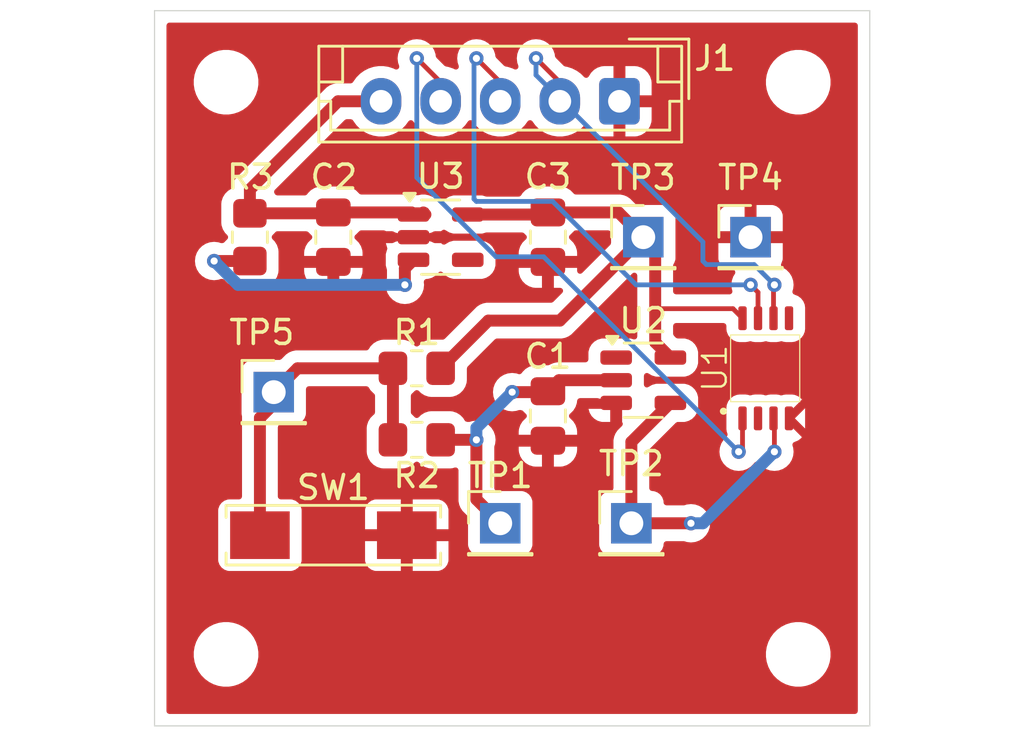
<source format=kicad_pcb>
(kicad_pcb (version 20240108) (generator "pcbnew") (generator_version "8.0")
  (layers (0 "F.Cu" signal) (31 "B.Cu" signal) (34 "B.Paste" user) (35 "F.Paste" user) (36 "B.SilkS" user "B.Silkscreen") (37 "F.SilkS" user "F.Silkscreen") (38 "B.Mask" user) (39 "F.Mask" user) (44 "Edge.Cuts" user))
  (net 0 "")
  (net 1 "GND")
  (net 2 "Net-(C1-Pad1)")
  (net 3 "SDA")
  (net 4 "SCL")
  (net 5 "~RST")
  (net 6 "Net-(R1-Pad2)")
  (net 7 "CLKIN")
  (net 9 "VCC")
  (net 12 "Net-(U3-EN)")
  (net 14 "VREG")
  (footprint "Connector_PinHeader_2.54mm:PinHeader_1x01_P2.54mm_Vertical" (layer "F.Cu") (at 133 108.5)
    (property "Reference" "TP2" (at 0 -2.5 0) (layer "F.SilkS"))
    (property "Value" "CLKIN")
    (fp_line (start -1.33 -1.33) (end 0 -1.33) (stroke (width 0.12)) (layer "F.SilkS"))
    (fp_line (start -1.33 0) (end -1.33 -1.33) (stroke (width 0.12)) (layer "F.SilkS"))
    (fp_line (start -1.33 1.27) (end -1.33 1.33) (stroke (width 0.12)) (layer "F.SilkS"))
    (fp_line (start -1.33 1.27) (end 1.33 1.27) (stroke (width 0.12)) (layer "F.SilkS"))
    (fp_line (start -1.33 1.33) (end 1.33 1.33) (stroke (width 0.12)) (layer "F.SilkS"))
    (fp_line (start 1.33 1.27) (end 1.33 1.33) (stroke (width 0.12)) (layer "F.SilkS"))
    (pad "1" thru_hole rect (at 0 0) (size 1.7 1.7) (drill 1) (layers "*.Cu" "*.Mask") (net 7 "CLKIN"))
  )
  (footprint "Connector_JST:JST_EH_B5B-EH-A_1x05_P2.50mm_Vertical" (layer "F.Cu") (at 132.5 90.8 180)
    (property "Reference" "J1" (at -4 1.8 0) (layer "F.SilkS"))
    (property "Value" "Conn_01x05_Pin")
    (fp_line (start 12.61 2.31) (end 12.61 -1.71) (stroke (width 0.12)) (layer "F.SilkS"))
    (fp_line (start 12.61 0.81) (end 11.61 0.81) (stroke (width 0.12)) (layer "F.SilkS"))
    (fp_line (start 12.61 -1.71) (end -2.61 -1.71) (stroke (width 0.12)) (layer "F.SilkS"))
    (fp_line (start 12.11 0) (end 12.61 0) (stroke (width 0.12)) (layer "F.SilkS"))
    (fp_line (start 12.11 -1.21) (end 12.11 0) (stroke (width 0.12)) (layer "F.SilkS"))
    (fp_line (start 11.61 0.81) (end 11.61 2.31) (stroke (width 0.12)) (layer "F.SilkS"))
    (fp_line (start -1.61 0.81) (end -1.61 2.31) (stroke (width 0.12)) (layer "F.SilkS"))
    (fp_line (start -2.11 0) (end -2.11 -1.21) (stroke (width 0.12)) (layer "F.SilkS"))
    (fp_line (start -2.11 -1.21) (end 12.11 -1.21) (stroke (width 0.12)) (layer "F.SilkS"))
    (fp_line (start -2.61 2.31) (end 12.61 2.31) (stroke (width 0.12)) (layer "F.SilkS"))
    (fp_line (start -2.61 0.81) (end -1.61 0.81) (stroke (width 0.12)) (layer "F.SilkS"))
    (fp_line (start -2.61 0) (end -2.11 0) (stroke (width 0.12)) (layer "F.SilkS"))
    (fp_line (start -2.61 -1.71) (end -2.61 2.31) (stroke (width 0.12)) (layer "F.SilkS"))
    (fp_line (start -2.91 2.61) (end -0.41 2.61) (stroke (width 0.12)) (layer "F.SilkS"))
    (fp_line (start -2.91 0.11) (end -2.91 2.61) (stroke (width 0.12)) (layer "F.SilkS"))
    (pad "1" thru_hole roundrect (at 0 0 180) (size 1.7 1.95) (drill 0.95) (layers "*.Cu" "*.Mask") (roundrect_rratio 0.147059) (net 1 "GND"))
    (pad "2" thru_hole oval (at 2.5 0 180) (size 1.7 1.95) (drill 0.95) (layers "*.Cu" "*.Mask") (net 3 "SDA"))
    (pad "3" thru_hole oval (at 5 0 180) (size 1.7 1.95) (drill 0.95) (layers "*.Cu" "*.Mask") (net 4 "SCL"))
    (pad "4" thru_hole oval (at 7.5 0 180) (size 1.7 1.95) (drill 0.95) (layers "*.Cu" "*.Mask") (net 5 "~RST"))
    (pad "5" thru_hole oval (at 10 0 180) (size 1.7 1.95) (drill 0.95) (layers "*.Cu" "*.Mask") (net 9 "VCC"))
  )
  (footprint "Connector_PinHeader_2.54mm:PinHeader_1x01_P2.54mm_Vertical" (layer "F.Cu") (at 133.5 96.5)
    (property "Reference" "TP3" (at 0 -2.5 0) (layer "F.SilkS"))
    (property "Value" "VCC")
    (fp_line (start -1.33 -1.33) (end 0 -1.33) (stroke (width 0.12)) (layer "F.SilkS"))
    (fp_line (start -1.33 0) (end -1.33 -1.33) (stroke (width 0.12)) (layer "F.SilkS"))
    (fp_line (start -1.33 1.27) (end -1.33 1.33) (stroke (width 0.12)) (layer "F.SilkS"))
    (fp_line (start -1.33 1.27) (end 1.33 1.27) (stroke (width 0.12)) (layer "F.SilkS"))
    (fp_line (start -1.33 1.33) (end 1.33 1.33) (stroke (width 0.12)) (layer "F.SilkS"))
    (fp_line (start 1.33 1.27) (end 1.33 1.33) (stroke (width 0.12)) (layer "F.SilkS"))
    (pad "1" thru_hole rect (at 0 0) (size 1.7 1.7) (drill 1) (layers "*.Cu" "*.Mask") (net 14 "VREG"))
  )
  (footprint "Connector_PinHeader_2.54mm:PinHeader_1x01_P2.54mm_Vertical" (layer "F.Cu") (at 118 103)
    (property "Reference" "TP5" (at -0.5 -2.5 0) (layer "F.SilkS"))
    (property "Value" "RAW")
    (fp_line (start -1.33 -1.33) (end 0 -1.33) (stroke (width 0.12)) (layer "F.SilkS"))
    (fp_line (start -1.33 0) (end -1.33 -1.33) (stroke (width 0.12)) (layer "F.SilkS"))
    (fp_line (start -1.33 1.27) (end -1.33 1.33) (stroke (width 0.12)) (layer "F.SilkS"))
    (fp_line (start -1.33 1.27) (end 1.33 1.27) (stroke (width 0.12)) (layer "F.SilkS"))
    (fp_line (start -1.33 1.33) (end 1.33 1.33) (stroke (width 0.12)) (layer "F.SilkS"))
    (fp_line (start 1.33 1.27) (end 1.33 1.33) (stroke (width 0.12)) (layer "F.SilkS"))
    (pad "1" thru_hole rect (at 0 0) (size 1.7 1.7) (drill 1) (layers "*.Cu" "*.Mask") (net 6 "Net-(R1-Pad2)"))
  )
  (footprint "MountingHole:MountingHole_2.2mm_M2" (layer "F.Cu") (at 140 114)
    (property "Reference" "REF**" (hide yes))
    (property "Value" "MountingHole_2.2mm_M2")
    (pad "" np_thru_hole circle (at 0 0) (size 2.2 2.2) (drill 2.2) (layers "F&B.Cu" "*.Mask"))
  )
  (footprint "Capacitor_SMD:C_0805_2012Metric_Pad1.18x1.45mm_HandSolder" (layer "F.Cu") (at 129.5 96.5 -90)
    (property "Reference" "C3" (at -2.5375 0 0) (layer "F.SilkS"))
    (property "Value" "10u")
    (fp_line (start -0.261252 0.735) (end 0.261252 0.735) (stroke (width 0.12)) (layer "F.SilkS"))
    (fp_line (start -0.261252 -0.735) (end 0.261252 -0.735) (stroke (width 0.12)) (layer "F.SilkS"))
    (pad "1" smd roundrect (at -1.0375 0 270) (size 1.175 1.45) (layers "F.Cu" "F.Paste" "F.Mask") (roundrect_rratio 0.212766) (net 14 "VREG"))
    (pad "2" smd roundrect (at 1.0375 0 270) (size 1.175 1.45) (layers "F.Cu" "F.Paste" "F.Mask") (roundrect_rratio 0.212766) (net 1 "GND"))
  )
  (footprint "Connector_PinHeader_2.54mm:PinHeader_1x01_P2.54mm_Vertical" (layer "F.Cu") (at 138 96.5)
    (property "Reference" "TP4" (at 0 -2.5 0) (layer "F.SilkS"))
    (property "Value" "VSS")
    (fp_line (start -1.33 -1.33) (end 0 -1.33) (stroke (width 0.12)) (layer "F.SilkS"))
    (fp_line (start -1.33 0) (end -1.33 -1.33) (stroke (width 0.12)) (layer "F.SilkS"))
    (fp_line (start -1.33 1.27) (end -1.33 1.33) (stroke (width 0.12)) (layer "F.SilkS"))
    (fp_line (start -1.33 1.27) (end 1.33 1.27) (stroke (width 0.12)) (layer "F.SilkS"))
    (fp_line (start -1.33 1.33) (end 1.33 1.33) (stroke (width 0.12)) (layer "F.SilkS"))
    (fp_line (start 1.33 1.27) (end 1.33 1.33) (stroke (width 0.12)) (layer "F.SilkS"))
    (pad "1" thru_hole rect (at 0 0) (size 1.7 1.7) (drill 1) (layers "*.Cu" "*.Mask") (net 1 "GND"))
  )
  (footprint "Package_TO_SOT_SMD:SOT-23-5" (layer "F.Cu") (at 133.5 102.5)
    (property "Reference" "U2" (at 0 -2.5 0) (layer "F.SilkS"))
    (property "Value" "SN74LVC1G14DBV")
    (fp_line (start 0 -1.56) (end -0.8 -1.56) (stroke (width 0.12)) (layer "F.SilkS"))
    (fp_line (start 0 -1.56) (end 0.8 -1.56) (stroke (width 0.12)) (layer "F.SilkS"))
    (fp_line (start 0 1.56) (end -0.8 1.56) (stroke (width 0.12)) (layer "F.SilkS"))
    (fp_line (start 0 1.56) (end 0.8 1.56) (stroke (width 0.12)) (layer "F.SilkS"))
    (fp_poly (pts (xy -1.3 -1.51) (xy -1.54 -1.84) (xy -1.06 -1.84) (xy -1.3 -1.51)) (stroke (width 0.12)) (fill solid) (layer "F.SilkS"))
    (pad "1" smd roundrect (at -1.1375 -0.95) (size 1.325 0.6) (layers "F.Cu" "F.Paste" "F.Mask"))
    (pad "2" smd roundrect (at -1.1375 0) (size 1.325 0.6) (layers "F.Cu" "F.Paste" "F.Mask") (net 2 "Net-(C1-Pad1)"))
    (pad "3" smd roundrect (at -1.1375 0.95) (size 1.325 0.6) (layers "F.Cu" "F.Paste" "F.Mask") (net 1 "GND"))
    (pad "4" smd roundrect (at 1.1375 0.95) (size 1.325 0.6) (layers "F.Cu" "F.Paste" "F.Mask") (net 7 "CLKIN"))
    (pad "5" smd roundrect (at 1.1375 -0.95) (size 1.325 0.6) (layers "F.Cu" "F.Paste" "F.Mask") (net 14 "VREG"))
  )
  (footprint "MountingHole:MountingHole_2.2mm_M2" (layer "F.Cu") (at 116 90)
    (property "Reference" "REF**" (hide yes))
    (property "Value" "MountingHole_2.2mm_M2")
    (pad "" np_thru_hole circle (at 0 0) (size 2.2 2.2) (drill 2.2) (layers "*.Cu" "*.Mask"))
  )
  (footprint "Resistor_SMD:R_0805_2012Metric_Pad1.20x1.40mm_HandSolder" (layer "F.Cu") (at 124 102 180)
    (property "Reference" "R1" (at 0 1.5 180) (layer "F.SilkS"))
    (property "Value" "10K")
    (fp_line (start -0.227064 0.735) (end 0.227064 0.735) (stroke (width 0.12)) (layer "F.SilkS"))
    (fp_line (start -0.227064 -0.735) (end 0.227064 -0.735) (stroke (width 0.12)) (layer "F.SilkS"))
    (pad "1" smd roundrect (at -1 0 180) (size 1.2 1.4) (layers "F.Cu" "F.Paste" "F.Mask") (roundrect_rratio 0.208333) (net 14 "VREG"))
    (pad "2" smd roundrect (at 1 0 180) (size 1.2 1.4) (layers "F.Cu" "F.Paste" "F.Mask") (roundrect_rratio 0.208333) (net 6 "Net-(R1-Pad2)"))
  )
  (footprint "Package_TO_SOT_SMD:SOT-23-5" (layer "F.Cu") (at 125 96.5)
    (property "Reference" "U3" (at 0 -2.55 0) (layer "F.SilkS"))
    (property "Value" "AP2112K-3.3")
    (fp_line (start 0 -1.56) (end -0.8 -1.56) (stroke (width 0.12)) (layer "F.SilkS"))
    (fp_line (start 0 -1.56) (end 0.8 -1.56) (stroke (width 0.12)) (layer "F.SilkS"))
    (fp_line (start 0 1.56) (end -0.8 1.56) (stroke (width 0.12)) (layer "F.SilkS"))
    (fp_line (start 0 1.56) (end 0.8 1.56) (stroke (width 0.12)) (layer "F.SilkS"))
    (fp_poly (pts (xy -1.3 -1.51) (xy -1.54 -1.84) (xy -1.06 -1.84) (xy -1.3 -1.51)) (stroke (width 0.12)) (fill solid) (layer "F.SilkS"))
    (pad "1" smd roundrect (at -1.1375 -0.95) (size 1.325 0.6) (layers "F.Cu" "F.Paste" "F.Mask") (net 9 "VCC"))
    (pad "2" smd roundrect (at -1.1375 0) (size 1.325 0.6) (layers "F.Cu" "F.Paste" "F.Mask") (net 1 "GND"))
    (pad "3" smd roundrect (at -1.1375 0.95) (size 1.325 0.6) (layers "F.Cu" "F.Paste" "F.Mask") (net 12 "Net-(U3-EN)"))
    (pad "4" smd roundrect (at 1.1375 0.95) (size 1.325 0.6) (layers "F.Cu" "F.Paste" "F.Mask"))
    (pad "5" smd roundrect (at 1.1375 -0.95) (size 1.325 0.6) (layers "F.Cu" "F.Paste" "F.Mask") (net 14 "VREG"))
  )
  (footprint "MountingHole:MountingHole_2.2mm_M2" (layer "F.Cu") (at 140 90)
    (property "Reference" "REF**" (hide yes))
    (property "Value" "MountingHole_2.2mm_M2")
    (pad "" np_thru_hole circle (at 0 0) (size 2.2 2.2) (drill 2.2) (layers "F&B.Cu" "*.Mask"))
  )
  (footprint "Connector_PinHeader_2.54mm:PinHeader_1x01_P2.54mm_Vertical" (layer "F.Cu") (at 127.5 108.5)
    (property "Reference" "TP1" (at 0 -2 180) (layer "F.SilkS"))
    (property "Value" "LPF")
    (fp_line (start -1.33 -1.33) (end 0 -1.33) (stroke (width 0.12)) (layer "F.SilkS"))
    (fp_line (start -1.33 0) (end -1.33 -1.33) (stroke (width 0.12)) (layer "F.SilkS"))
    (fp_line (start -1.33 1.27) (end -1.33 1.33) (stroke (width 0.12)) (layer "F.SilkS"))
    (fp_line (start -1.33 1.27) (end 1.33 1.27) (stroke (width 0.12)) (layer "F.SilkS"))
    (fp_line (start -1.33 1.33) (end 1.33 1.33) (stroke (width 0.12)) (layer "F.SilkS"))
    (fp_line (start 1.33 1.27) (end 1.33 1.33) (stroke (width 0.12)) (layer "F.SilkS"))
    (pad "1" thru_hole rect (at 0 0) (size 1.7 1.7) (drill 1) (layers "*.Cu" "*.Mask") (net 2 "Net-(C1-Pad1)"))
  )
  (footprint "Resistor_SMD:R_0805_2012Metric_Pad1.20x1.40mm_HandSolder" (layer "F.Cu") (at 124 105)
    (property "Reference" "R2" (at 0 1.5 180) (layer "F.SilkS"))
    (property "Value" "1K")
    (fp_line (start -0.227064 -0.735) (end 0.227064 -0.735) (stroke (width 0.12)) (layer "F.SilkS"))
    (fp_line (start -0.227064 0.735) (end 0.227064 0.735) (stroke (width 0.12)) (layer "F.SilkS"))
    (pad "1" smd roundrect (at -1 0) (size 1.2 1.4) (layers "F.Cu" "F.Paste" "F.Mask") (roundrect_rratio 0.208333) (net 6 "Net-(R1-Pad2)"))
    (pad "2" smd roundrect (at 1 0) (size 1.2 1.4) (layers "F.Cu" "F.Paste" "F.Mask") (roundrect_rratio 0.208333) (net 2 "Net-(C1-Pad1)"))
  )
  (footprint "Resistor_SMD:R_0805_2012Metric_Pad1.20x1.40mm_HandSolder" (layer "F.Cu") (at 117 96.5 -90)
    (property "Reference" "R3" (at -2.52 -0.02 180) (layer "F.SilkS"))
    (property "Value" "R")
    (fp_line (start -0.227064 0.735) (end 0.227064 0.735) (stroke (width 0.12)) (layer "F.SilkS"))
    (fp_line (start -0.227064 -0.735) (end 0.227064 -0.735) (stroke (width 0.12)) (layer "F.SilkS"))
    (pad "1" smd roundrect (at -1 0 270) (size 1.2 1.4) (layers "F.Cu" "F.Paste" "F.Mask") (roundrect_rratio 0.208333) (net 9 "VCC"))
    (pad "2" smd roundrect (at 1 0 270) (size 1.2 1.4) (layers "F.Cu" "F.Paste" "F.Mask") (roundrect_rratio 0.208333) (net 12 "Net-(U3-EN)"))
  )
  (footprint "Package_TMSOP:TMSOP8" (layer "F.Cu") (at 134.1625 102 90)
    (property "Reference" "U1" (at 0 2.3375 90) (layer "F.SilkS") (effects (font (thickness 0.1))))
    (property "Value" "S35770")
    (fp_rect (start -1.4 3) (end 1.4 5.9) (stroke (width 0.05)) (fill none) (layer "F.SilkS"))
    (fp_circle (center -1.8 2.7) (end -1.7 2.7) (stroke (width 0.1)) (fill solid) (layer "F.SilkS"))
    (pad "1" smd roundrect (at -2.1 3.5 90) (size 1 0.35) (layers "F.Cu" "F.Paste" "F.Mask") (net 5 "~RST"))
    (pad "2" smd roundrect (at -2.1 4.15 90) (size 1 0.35) (layers "F.Cu" "F.Paste" "F.Mask"))
    (pad "3" smd roundrect (at -2.1 4.8 90) (size 1 0.35) (layers "F.Cu" "F.Paste" "F.Mask") (net 7 "CLKIN"))
    (pad "4" smd roundrect (at -2.1 5.45 90) (size 1 0.35) (layers "F.Cu" "F.Paste" "F.Mask") (net 1 "GND"))
    (pad "5" smd roundrect (at 2.1 5.45 90) (size 1 0.35) (layers "F.Cu" "F.Paste" "F.Mask"))
    (pad "6" smd roundrect (at 2.1 4.8 90) (size 1 0.35) (layers "F.Cu" "F.Paste" "F.Mask") (net 3 "SDA"))
    (pad "7" smd roundrect (at 2.1 4.15 90) (size 1 0.35) (layers "F.Cu" "F.Paste" "F.Mask") (net 4 "SCL"))
    (pad "8" smd roundrect (at 2.1 3.5 90) (size 1 0.35) (layers "F.Cu" "F.Paste" "F.Mask") (net 14 "VREG"))
  )
  (footprint "MountingHole:MountingHole_2.2mm_M2" (layer "F.Cu") (at 116 114)
    (property "Reference" "REF**" (hide yes))
    (property "Value" "MountingHole_2.2mm_M2")
    (pad "" np_thru_hole circle (at 0 0) (size 2.2 2.2) (drill 2.2) (layers "F&B.Cu" "*.Mask"))
  )
  (footprint "Capacitor_SMD:C_0805_2012Metric_Pad1.18x1.45mm_HandSolder" (layer "F.Cu") (at 120.5 96.5 -90)
    (property "Reference" "C2" (at -2.52 -0.02 0) (layer "F.SilkS"))
    (property "Value" "10u")
    (fp_line (start -0.261252 0.735) (end 0.261252 0.735) (stroke (width 0.12)) (layer "F.SilkS"))
    (fp_line (start -0.261252 -0.735) (end 0.261252 -0.735) (stroke (width 0.12)) (layer "F.SilkS"))
    (pad "1" smd roundrect (at -1.0375 0 270) (size 1.175 1.45) (layers "F.Cu" "F.Paste" "F.Mask") (roundrect_rratio 0.212766) (net 9 "VCC"))
    (pad "2" smd roundrect (at 1.0375 0 270) (size 1.175 1.45) (layers "F.Cu" "F.Paste" "F.Mask") (roundrect_rratio 0.212766) (net 1 "GND"))
  )
  (footprint "Button_Switch_SMD:SW_SPST_REED_CT05-XXXX-J1" (layer "F.Cu") (at 120.5 109)
    (property "Reference" "SW1" (at 0 -2 0) (layer "F.SilkS"))
    (property "Value" "SW_Reed")
    (fp_line (start -4.5 -1.25) (end -4.5 -0.75) (stroke (width 0.12)) (layer "F.SilkS"))
    (fp_line (start -4.5 0.75) (end -4.5 1.25) (stroke (width 0.12)) (layer "F.SilkS"))
    (fp_line (start -4.5 1.25) (end 4.5 1.25) (stroke (width 0.12)) (layer "F.SilkS"))
    (fp_line (start 4.5 -1.25) (end -4.5 -1.25) (stroke (width 0.12)) (layer "F.SilkS"))
    (fp_line (start 4.5 -0.75) (end 4.5 -1.25) (stroke (width 0.12)) (layer "F.SilkS"))
    (fp_line (start 4.5 1.25) (end 4.5 0.75) (stroke (width 0.12)) (layer "F.SilkS"))
    (pad "1" smd rect (at -3.08 0) (size 2.5 2) (layers "F.Cu" "F.Paste" "F.Mask") (net 6 "Net-(R1-Pad2)"))
    (pad "2" smd rect (at 3.08 0) (size 2.5 2) (layers "F.Cu" "F.Paste" "F.Mask") (net 1 "GND"))
  )
  (footprint "Capacitor_SMD:C_0805_2012Metric_Pad1.18x1.45mm_HandSolder" (layer "F.Cu") (at 129.5 104 -90)
    (property "Reference" "C1" (at -2.5 0 0) (layer "F.SilkS"))
    (property "Value" "10uF")
    (fp_line (start -0.261252 0.735) (end 0.261252 0.735) (stroke (width 0.12)) (layer "F.SilkS"))
    (fp_line (start -0.261252 -0.735) (end 0.261252 -0.735) (stroke (width 0.12)) (layer "F.SilkS"))
    (pad "1" smd roundrect (at -1.0375 0 270) (size 1.175 1.45) (layers "F.Cu" "F.Paste" "F.Mask") (roundrect_rratio 0.212766) (net 2 "Net-(C1-Pad1)"))
    (pad "2" smd roundrect (at 1.0375 0 270) (size 1.175 1.45) (layers "F.Cu" "F.Paste" "F.Mask") (roundrect_rratio 0.212766) (net 1 "GND"))
  )
  (gr_line (start 143 87) (end 143 117) (stroke (width 0.05)) (layer "Edge.Cuts"))
  (gr_line (start 113 117) (end 143 117) (stroke (width 0.05)) (layer "Edge.Cuts"))
  (gr_line (start 113 87) (end 143 87) (stroke (width 0.05)) (layer "Edge.Cuts"))
  (gr_line (start 113 87) (end 113 117) (stroke (width 0.05)) (layer "Edge.Cuts"))
  (segment (start 132 91.5) (end 132 91.4625) (width 0.2) (layer "F.Cu") (net 1))
  (segment (start 128 103) (end 129.4625 103) (width 0.5) (layer "F.Cu") (net 2))
  (segment (start 129.9625 102.5) (end 132.3625 102.5) (width 0.5) (layer "F.Cu") (net 2))
  (segment (start 125 105) (end 126.5 105) (width 0.5) (layer "F.Cu") (net 2))
  (segment (start 129.5 102.9625) (end 129.9625 102.5) (width 0.5) (layer "F.Cu") (net 2))
  (segment (start 129.4625 103) (end 129.5 102.9625) (width 0.5) (layer "F.Cu") (net 2))
  (segment (start 126.5 105) (end 126.5 107.5) (width 0.5) (layer "F.Cu") (net 2))
  (segment (start 132.325 102.4625) (end 132.3625 102.5) (width 0.5) (layer "F.Cu") (net 2))
  (segment (start 126.5 107.5) (end 127.5 108.5) (width 0.5) (layer "F.Cu") (net 2))
  (via (at 128 103) (size 0.6) (drill 0.3) (layers "F.Cu" "B.Cu") (net 2))
  (via (at 126.5 105) (size 0.6) (drill 0.3) (layers "F.Cu" "B.Cu") (net 2))
  (segment (start 126.5 104.5) (end 126.5 105) (width 0.5) (layer "B.Cu") (net 2))
  (segment (start 128 103) (end 126.5 104.5) (width 0.5) (layer "B.Cu") (net 2))
  (segment (start 130 90) (end 130 90.8) (width 0.2) (layer "F.Cu") (net 3))
  (segment (start 138.9625 99.9) (end 138.9625 98.5375) (width 0.2) (layer "F.Cu") (net 3))
  (segment (start 129 89) (end 130 90) (width 0.2) (layer "F.Cu") (net 3))
  (segment (start 138.9625 98.5375) (end 139 98.5) (width 0.2) (layer "F.Cu") (net 3))
  (via (at 129 89) (size 0.6) (drill 0.3) (layers "F.Cu" "B.Cu") (net 3))
  (via (at 139 98.5) (size 0.6) (drill 0.3) (layers "F.Cu" "B.Cu") (net 3))
  (segment (start 136 97.5) (end 136 96.7) (width 0.2) (layer "B.Cu") (net 3))
  (segment (start 138.15 97.65) (end 136.15 97.65) (width 0.2) (layer "B.Cu") (net 3))
  (segment (start 129 89.7) (end 129 89) (width 0.2) (layer "B.Cu") (net 3))
  (segment (start 136 96.7) (end 129 89.7) (width 0.2) (layer "B.Cu") (net 3))
  (segment (start 139 98.5) (end 138.15 97.65) (width 0.2) (layer "B.Cu") (net 3))
  (segment (start 136.15 97.65) (end 136 97.5) (width 0.2) (layer "B.Cu") (net 3))
  (segment (start 138 98.5) (end 138.3125 98.8125) (width 0.2) (layer "F.Cu") (net 4))
  (segment (start 138.3125 98.8125) (end 138.3125 99.9) (width 0.2) (layer "F.Cu") (net 4))
  (segment (start 127.5 90.8) (end 127.5 90) (width 0.2) (layer "F.Cu") (net 4))
  (segment (start 127.5 90) (end 126.5 89) (width 0.2) (layer "F.Cu") (net 4))
  (via (at 138 98.5) (size 0.6) (drill 0.3) (layers "F.Cu" "B.Cu") (net 4))
  (via (at 126.5 89) (size 0.6) (drill 0.3) (layers "F.Cu" "B.Cu") (net 4))
  (segment (start 133.2 98.5) (end 138 98.5) (width 0.2) (layer "B.Cu") (net 4))
  (segment (start 126.4 89.1) (end 126.4 94.9) (width 0.2) (layer "B.Cu") (net 4))
  (segment (start 126.5 89) (end 126.4 89.1) (width 0.2) (layer "B.Cu") (net 4))
  (segment (start 129.7 95) (end 133.2 98.5) (width 0.2) (layer "B.Cu") (net 4))
  (segment (start 126.5 95) (end 129.7 95) (width 0.2) (layer "B.Cu") (net 4))
  (segment (start 126.4 94.9) (end 126.5 95) (width 0.2) (layer "B.Cu") (net 4))
  (segment (start 124 89) (end 125 90) (width 0.2) (layer "F.Cu") (net 5))
  (segment (start 125 90) (end 125 90.8) (width 0.2) (layer "F.Cu") (net 5))
  (segment (start 137.6625 105.3375) (end 137.5 105.5) (width 0.2) (layer "F.Cu") (net 5))
  (segment (start 137.6625 104.1) (end 137.6625 105.3375) (width 0.2) (layer "F.Cu") (net 5))
  (via (at 137.5 105.5) (size 0.6) (drill 0.3) (layers "F.Cu" "B.Cu") (net 5))
  (via (at 124 89) (size 0.6) (drill 0.3) (layers "F.Cu" "B.Cu") (net 5))
  (segment (start 124 94) (end 127.322182 97.322182) (width 0.2) (layer "B.Cu") (net 5))
  (segment (start 129.322182 97.322182) (end 137.5 105.5) (width 0.2) (layer "B.Cu") (net 5))
  (segment (start 127.322182 97.322182) (end 129.322182 97.322182) (width 0.2) (layer "B.Cu") (net 5))
  (segment (start 124 89) (end 124 94) (width 0.2) (layer "B.Cu") (net 5))
  (segment (start 125 91.5) (end 125 90.8) (width 0.2) (layer "B.Cu") (net 5))
  (segment (start 119 102) (end 118 103) (width 0.5) (layer "F.Cu") (net 6))
  (segment (start 118 103.5) (end 117.42 104.08) (width 0.5) (layer "F.Cu") (net 6))
  (segment (start 123 102) (end 119 102) (width 0.5) (layer "F.Cu") (net 6))
  (segment (start 123 102) (end 123 105) (width 0.5) (layer "F.Cu") (net 6))
  (segment (start 117.42 104.08) (end 117.42 108.5) (width 0.5) (layer "F.Cu") (net 6))
  (segment (start 118 103) (end 118 103.5) (width 0.5) (layer "F.Cu") (net 6))
  (segment (start 134.6375 103.45) (end 133 105.0875) (width 0.5) (layer "F.Cu") (net 7))
  (segment (start 139 104.1375) (end 138.9625 104.1) (width 0.2) (layer "F.Cu") (net 7))
  (segment (start 133 108.5) (end 135.5 108.5) (width 0.5) (layer "F.Cu") (net 7))
  (segment (start 133 105.0875) (end 133 108.5) (width 0.5) (layer "F.Cu") (net 7))
  (segment (start 139 105.5) (end 139 104.1375) (width 0.2) (layer "F.Cu") (net 7))
  (via (at 139 105.5) (size 0.6) (drill 0.3) (layers "F.Cu" "B.Cu") (net 7))
  (via (at 135.5 108.5) (size 0.6) (drill 0.3) (layers "F.Cu" "B.Cu") (net 7))
  (segment (start 136 108.5) (end 139 105.5) (width 0.5) (layer "B.Cu") (net 7))
  (segment (start 135.5 108.5) (end 136 108.5) (width 0.5) (layer "B.Cu") (net 7))
  (segment (start 123.775 95.4625) (end 123.8625 95.55) (width 0.5) (layer "F.Cu") (net 9))
  (segment (start 122.5 90.8) (end 120.7 90.8) (width 0.5) (layer "F.Cu") (net 9))
  (segment (start 124.275 95.4625) (end 124.3625 95.55) (width 0.5) (layer "F.Cu") (net 9))
  (segment (start 117 95.5) (end 120.4625 95.5) (width 0.5) (layer "F.Cu") (net 9))
  (segment (start 117 94.5) (end 117 95.5) (width 0.5) (layer "F.Cu") (net 9))
  (segment (start 120.4625 95.5) (end 120.5 95.4625) (width 0.5) (layer "F.Cu") (net 9))
  (segment (start 120.7 90.8) (end 117 94.5) (width 0.5) (layer "F.Cu") (net 9))
  (segment (start 120.5 95.4625) (end 123.775 95.4625) (width 0.5) (layer "F.Cu") (net 9))
  (segment (start 123.5 97.8125) (end 123.8625 97.45) (width 0.5) (layer "F.Cu") (net 12))
  (segment (start 117 97.5) (end 115.5 97.5) (width 0.5) (layer "F.Cu") (net 12))
  (segment (start 123.5 98.5) (end 123.5 97.8125) (width 0.5) (layer "F.Cu") (net 12))
  (via (at 115.5 97.5) (size 0.6) (drill 0.3) (layers "F.Cu" "B.Cu") (net 12))
  (via (at 123.5 98.5) (size 0.6) (drill 0.3) (layers "F.Cu" "B.Cu") (net 12))
  (segment (start 116.5 98.5) (end 123.5 98.5) (width 0.5) (layer "B.Cu") (net 12))
  (segment (start 115.5 97.5) (end 116.5 98.5) (width 0.5) (layer "B.Cu") (net 12))
  (segment (start 133.5 96.5) (end 134 97) (width 0.5) (layer "F.Cu") (net 14))
  (segment (start 133.5 96.5) (end 130 100) (width 0.5) (layer "F.Cu") (net 14))
  (segment (start 126.1375 95.55) (end 129.4125 95.55) (width 0.5) (layer "F.Cu") (net 14))
  (segment (start 134 99.5) (end 137.2625 99.5) (width 0.2) (layer "F.Cu") (net 14))
  (segment (start 129.5 95.4625) (end 132.4625 95.4625) (width 0.5) (layer "F.Cu") (net 14))
  (segment (start 132.4625 95.4625) (end 133.5 96.5) (width 0.5) (layer "F.Cu") (net 14))
  (segment (start 134 99.5) (end 134 100.9125) (width 0.5) (layer "F.Cu") (net 14))
  (segment (start 130 100) (end 127 100) (width 0.5) (layer "F.Cu") (net 14))
  (segment (start 127 100) (end 125 102) (width 0.5) (layer "F.Cu") (net 14))
  (segment (start 134 97) (end 134 99.5) (width 0.5) (layer "F.Cu") (net 14))
  (segment (start 134 100.9125) (end 134.6375 101.55) (width 0.5) (layer "F.Cu") (net 14))
  (segment (start 137.2625 99.5) (end 137.6625 99.9) (width 0.2) (layer "F.Cu") (net 14))
  (segment (start 129.4125 95.55) (end 129.5 95.4625) (width 0.5) (layer "F.Cu") (net 14))
  (zone (net 1) (net_name "GND") (layer "F.Cu") (connect_pads (clearance 0.5)) (min_thickness 0.25) (fill yes (thermal_gap 0.5) (thermal_bridge_width 0.5))
    (polygon (pts (xy 113 87) (xy 143 87) (xy 143 117) (xy 113 117)))
  )
)
</source>
